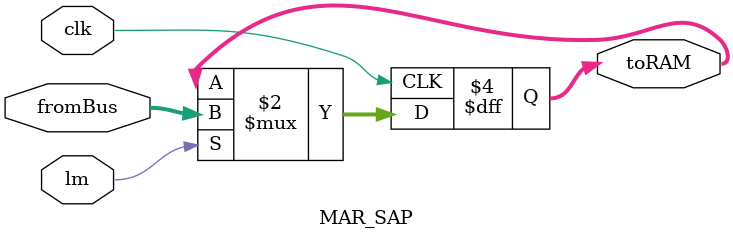
<source format=v>
module MAR_SAP
	(
		input clk, lm,
		input [3 : 0] fromBus,
		output reg [3 : 0] toRAM
	);

	always @ (posedge clk)
		if(lm) toRAM <= fromBus;
endmodule

</source>
